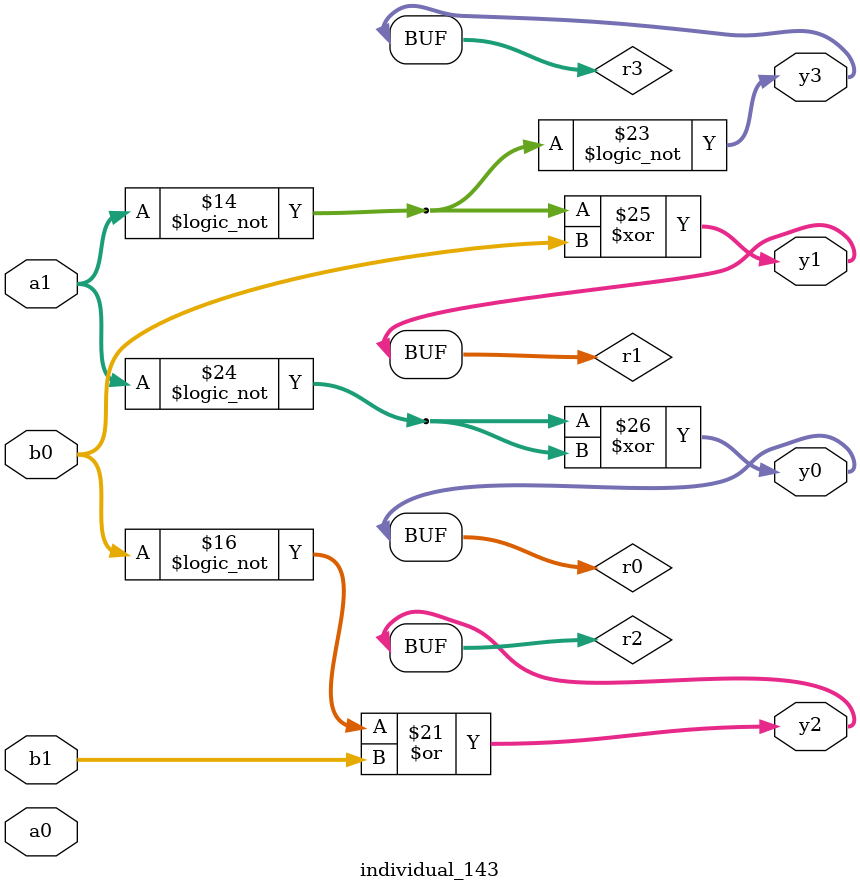
<source format=sv>
module individual_143(input logic [15:0] a1, input logic [15:0] a0, input logic [15:0] b1, input logic [15:0] b0, output logic [15:0] y3, output logic [15:0] y2, output logic [15:0] y1, output logic [15:0] y0);
logic [15:0] r0, r1, r2, r3; 
 always@(*) begin 
	 r0 = a0; r1 = a1; r2 = b0; r3 = b1; 
 	 r3  ^=  r1 ;
 	 r2  &=  r2 ;
 	 r2 = ! r3 ;
 	 r2  &=  b1 ;
 	 r3  &=  r2 ;
 	 r0  ^=  b0 ;
 	 r0 = ! r2 ;
 	 r0  |=  r2 ;
 	 r3  &=  b1 ;
 	 r2 = ! b0 ;
 	 r2  ^=  b0 ;
 	 r3  ^=  r3 ;
 	 r1 = ! r1 ;
 	 r0  &=  r2 ;
 	 r2 = ! b0 ;
 	 r0 = ! a0 ;
 	 r0  &=  r1 ;
 	 r0 = ! r3 ;
 	 r0  |=  r2 ;
 	 r2  |=  b1 ;
 	 r0  ^=  r2 ;
 	 r3 = ! r1 ;
 	 r0 = ! a1 ;
 	 r1  ^=  b0 ;
 	 r0  ^=  r0 ;
 	 y3 = r3; y2 = r2; y1 = r1; y0 = r0; 
end
endmodule
</source>
